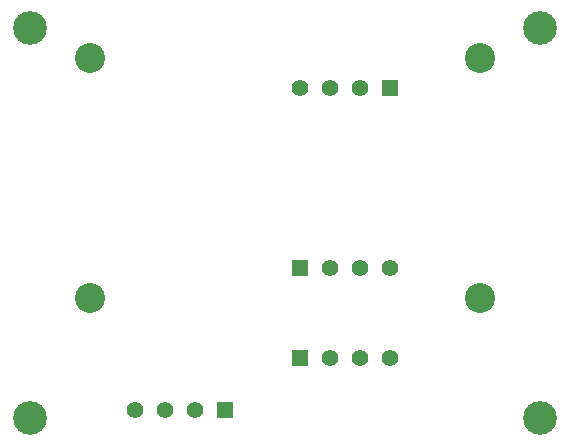
<source format=gbs>
G04 (created by PCBNEW (2013-mar-13)-testing) date Mon 02 Feb 2015 05:19:27 PM EST*
%MOIN*%
G04 Gerber Fmt 3.4, Leading zero omitted, Abs format*
%FSLAX34Y34*%
G01*
G70*
G90*
G04 APERTURE LIST*
%ADD10C,0.005906*%
%ADD11R,0.055000X0.055000*%
%ADD12C,0.055000*%
%ADD13C,0.100000*%
%ADD14C,0.112205*%
G04 APERTURE END LIST*
G54D10*
G54D11*
X61000Y-40000D03*
G54D12*
X62000Y-40000D03*
X63000Y-40000D03*
X64000Y-40000D03*
G54D11*
X64000Y-34000D03*
G54D12*
X63000Y-34000D03*
X62000Y-34000D03*
X61000Y-34000D03*
G54D11*
X58500Y-44750D03*
G54D12*
X57500Y-44750D03*
X56500Y-44750D03*
X55500Y-44750D03*
G54D11*
X61000Y-43000D03*
G54D12*
X62000Y-43000D03*
X63000Y-43000D03*
X64000Y-43000D03*
G54D13*
X54000Y-33000D03*
X67000Y-33000D03*
X54000Y-41000D03*
X67000Y-41000D03*
G54D14*
X52000Y-32000D03*
X69000Y-32000D03*
X52000Y-45000D03*
X69000Y-45000D03*
M02*

</source>
